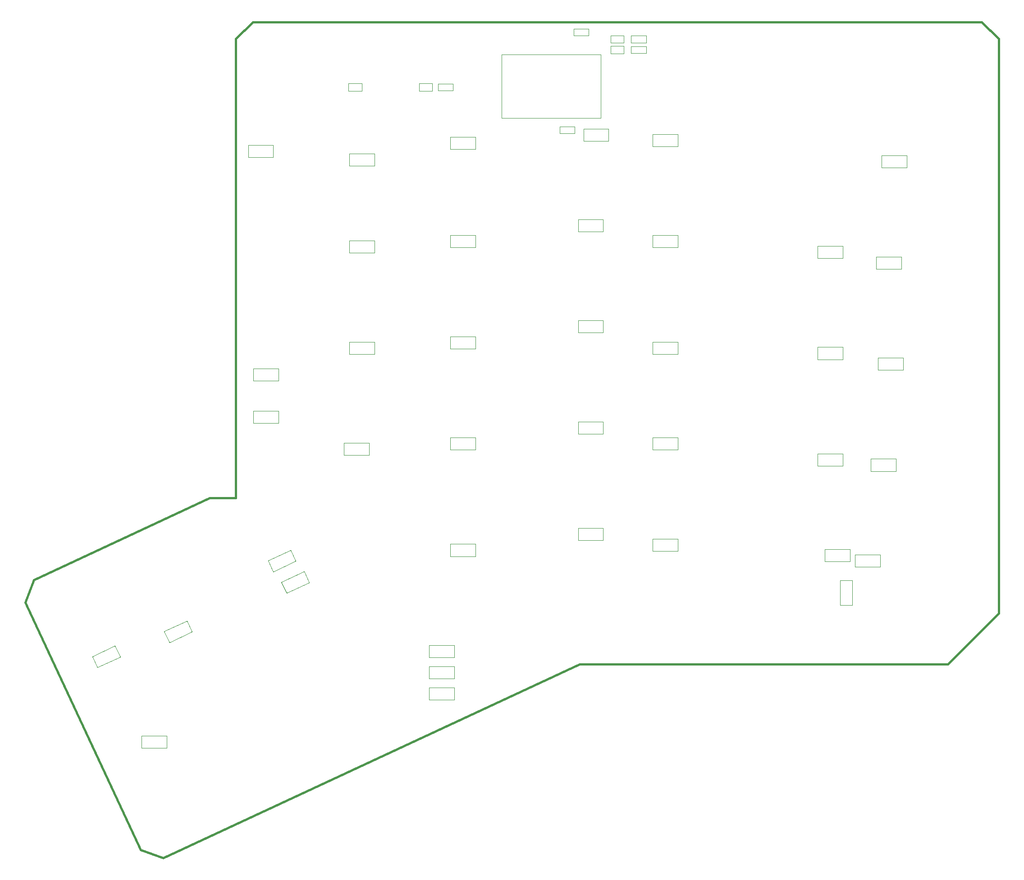
<source format=gbr>
%TF.GenerationSoftware,KiCad,Pcbnew,5.1.7*%
%TF.CreationDate,2020-11-01T11:12:36-08:00*%
%TF.ProjectId,ErgoDOX_right,4572676f-444f-4585-9f72-696768742e6b,2.0.1*%
%TF.SameCoordinates,Original*%
%TF.FileFunction,Other,User*%
%FSLAX46Y46*%
G04 Gerber Fmt 4.6, Leading zero omitted, Abs format (unit mm)*
G04 Created by KiCad (PCBNEW 5.1.7) date 2020-11-01 11:12:36*
%MOMM*%
%LPD*%
G01*
G04 APERTURE LIST*
%TA.AperFunction,Profile*%
%ADD10C,0.381000*%
%TD*%
%ADD11C,0.050000*%
G04 APERTURE END LIST*
D10*
X90121000Y-32258000D02*
X93521000Y-32258000D01*
X90121000Y-32258000D02*
X77876400Y-32258000D01*
X95046800Y-32258000D02*
X93521000Y-32258000D01*
X202742800Y-32258000D02*
X143408400Y-32258000D01*
X143408400Y-32258000D02*
X131902200Y-32258000D01*
X131902200Y-32258000D02*
X95046800Y-32258000D01*
X77876400Y-32258000D02*
X65811400Y-32258000D01*
X65811400Y-32258000D02*
X62611000Y-35433000D01*
X127152400Y-152908000D02*
X196392800Y-152908000D01*
X196392800Y-152908000D02*
X205917800Y-143383000D01*
X205917800Y-143383000D02*
X205917800Y-35433000D01*
X205917800Y-35433000D02*
X202742800Y-32258000D01*
X62611000Y-35433000D02*
X62611000Y-121666000D01*
X62611000Y-121666000D02*
X57708800Y-121666000D01*
X57708800Y-121666000D02*
X24617680Y-137096500D01*
X24617680Y-137096500D02*
X23080980Y-141315440D01*
X23080980Y-141315440D02*
X44764960Y-187817760D01*
X44764960Y-187817760D02*
X48983900Y-189351920D01*
X48983900Y-189351920D02*
X127152400Y-152908000D01*
D11*
%TO.C,U2*%
X131151000Y-50273000D02*
X131151000Y-38373000D01*
X112551000Y-50273000D02*
X112551000Y-38373000D01*
X112551000Y-38373000D02*
X131151000Y-38373000D01*
X112551000Y-50273000D02*
X131151000Y-50273000D01*
%TO.C,C6*%
X126096000Y-33513000D02*
X128896000Y-33513000D01*
X126096000Y-33513000D02*
X126096000Y-34813000D01*
X128896000Y-34813000D02*
X128896000Y-33513000D01*
X128896000Y-34813000D02*
X126096000Y-34813000D01*
%TO.C,C5*%
X103426000Y-45148000D02*
X100626000Y-45148000D01*
X103426000Y-45148000D02*
X103426000Y-43848000D01*
X100626000Y-43848000D02*
X100626000Y-45148000D01*
X100626000Y-43848000D02*
X103426000Y-43848000D01*
%TO.C,C4*%
X123441000Y-51928000D02*
X126241000Y-51928000D01*
X123441000Y-51928000D02*
X123441000Y-53228000D01*
X126241000Y-53228000D02*
X126241000Y-51928000D01*
X126241000Y-53228000D02*
X123441000Y-53228000D01*
%TO.C,D5:9*%
X102926000Y-53848000D02*
X107626000Y-53848000D01*
X107626000Y-53848000D02*
X107626000Y-56148000D01*
X107626000Y-56148000D02*
X102926000Y-56148000D01*
X102926000Y-53848000D02*
X102926000Y-56148000D01*
%TO.C,D5:13*%
X183926000Y-57348000D02*
X188626000Y-57348000D01*
X188626000Y-57348000D02*
X188626000Y-59648000D01*
X188626000Y-59648000D02*
X183926000Y-59648000D01*
X183926000Y-57348000D02*
X183926000Y-59648000D01*
%TO.C,D5:12*%
X176626000Y-76648000D02*
X171926000Y-76648000D01*
X171926000Y-76648000D02*
X171926000Y-74348000D01*
X171926000Y-74348000D02*
X176626000Y-74348000D01*
X176626000Y-76648000D02*
X176626000Y-74348000D01*
%TO.C,D5:11*%
X140926000Y-53348000D02*
X145626000Y-53348000D01*
X145626000Y-53348000D02*
X145626000Y-55648000D01*
X145626000Y-55648000D02*
X140926000Y-55648000D01*
X140926000Y-53348000D02*
X140926000Y-55648000D01*
%TO.C,D5:10*%
X132626000Y-54648000D02*
X127926000Y-54648000D01*
X127926000Y-54648000D02*
X127926000Y-52348000D01*
X127926000Y-52348000D02*
X132626000Y-52348000D01*
X132626000Y-54648000D02*
X132626000Y-52348000D01*
%TO.C,D5:8*%
X83926000Y-56998000D02*
X88626000Y-56998000D01*
X88626000Y-56998000D02*
X88626000Y-59298000D01*
X88626000Y-59298000D02*
X83926000Y-59298000D01*
X83926000Y-56998000D02*
X83926000Y-59298000D01*
%TO.C,D5:7*%
X64926000Y-55348000D02*
X69626000Y-55348000D01*
X69626000Y-55348000D02*
X69626000Y-57648000D01*
X69626000Y-57648000D02*
X64926000Y-57648000D01*
X64926000Y-55348000D02*
X64926000Y-57648000D01*
%TO.C,D4:13*%
X182926000Y-76348000D02*
X187626000Y-76348000D01*
X187626000Y-76348000D02*
X187626000Y-78648000D01*
X187626000Y-78648000D02*
X182926000Y-78648000D01*
X182926000Y-76348000D02*
X182926000Y-78648000D01*
%TO.C,D4:12*%
X176626000Y-95648000D02*
X171926000Y-95648000D01*
X171926000Y-95648000D02*
X171926000Y-93348000D01*
X171926000Y-93348000D02*
X176626000Y-93348000D01*
X176626000Y-95648000D02*
X176626000Y-93348000D01*
%TO.C,D4:11*%
X140926000Y-72348000D02*
X145626000Y-72348000D01*
X145626000Y-72348000D02*
X145626000Y-74648000D01*
X145626000Y-74648000D02*
X140926000Y-74648000D01*
X140926000Y-72348000D02*
X140926000Y-74648000D01*
%TO.C,D4:10*%
X131626000Y-71648000D02*
X126926000Y-71648000D01*
X126926000Y-71648000D02*
X126926000Y-69348000D01*
X126926000Y-69348000D02*
X131626000Y-69348000D01*
X131626000Y-71648000D02*
X131626000Y-69348000D01*
%TO.C,D4:9*%
X102926000Y-72348000D02*
X107626000Y-72348000D01*
X107626000Y-72348000D02*
X107626000Y-74648000D01*
X107626000Y-74648000D02*
X102926000Y-74648000D01*
X102926000Y-72348000D02*
X102926000Y-74648000D01*
%TO.C,D4:8*%
X83926000Y-73348000D02*
X88626000Y-73348000D01*
X88626000Y-73348000D02*
X88626000Y-75648000D01*
X88626000Y-75648000D02*
X83926000Y-75648000D01*
X83926000Y-73348000D02*
X83926000Y-75648000D01*
%TO.C,D4:7*%
X65926000Y-97348000D02*
X70626000Y-97348000D01*
X70626000Y-97348000D02*
X70626000Y-99648000D01*
X70626000Y-99648000D02*
X65926000Y-99648000D01*
X65926000Y-97348000D02*
X65926000Y-99648000D01*
%TO.C,D3:13*%
X183276000Y-95348000D02*
X187976000Y-95348000D01*
X187976000Y-95348000D02*
X187976000Y-97648000D01*
X187976000Y-97648000D02*
X183276000Y-97648000D01*
X183276000Y-95348000D02*
X183276000Y-97648000D01*
%TO.C,D3:12*%
X176626000Y-115648000D02*
X171926000Y-115648000D01*
X171926000Y-115648000D02*
X171926000Y-113348000D01*
X171926000Y-113348000D02*
X176626000Y-113348000D01*
X176626000Y-115648000D02*
X176626000Y-113348000D01*
%TO.C,D3:11*%
X140926000Y-92348000D02*
X145626000Y-92348000D01*
X145626000Y-92348000D02*
X145626000Y-94648000D01*
X145626000Y-94648000D02*
X140926000Y-94648000D01*
X140926000Y-92348000D02*
X140926000Y-94648000D01*
%TO.C,D3:10*%
X131626000Y-90648000D02*
X126926000Y-90648000D01*
X126926000Y-90648000D02*
X126926000Y-88348000D01*
X126926000Y-88348000D02*
X131626000Y-88348000D01*
X131626000Y-90648000D02*
X131626000Y-88348000D01*
%TO.C,D3:9*%
X102926000Y-91348000D02*
X107626000Y-91348000D01*
X107626000Y-91348000D02*
X107626000Y-93648000D01*
X107626000Y-93648000D02*
X102926000Y-93648000D01*
X102926000Y-91348000D02*
X102926000Y-93648000D01*
%TO.C,D3:8*%
X83926000Y-92348000D02*
X88626000Y-92348000D01*
X88626000Y-92348000D02*
X88626000Y-94648000D01*
X88626000Y-94648000D02*
X83926000Y-94648000D01*
X83926000Y-92348000D02*
X83926000Y-94648000D01*
%TO.C,D2:13*%
X181926000Y-114348000D02*
X186626000Y-114348000D01*
X186626000Y-114348000D02*
X186626000Y-116648000D01*
X186626000Y-116648000D02*
X181926000Y-116648000D01*
X181926000Y-114348000D02*
X181926000Y-116648000D01*
%TO.C,D2:12*%
X177976000Y-133648000D02*
X173276000Y-133648000D01*
X173276000Y-133648000D02*
X173276000Y-131348000D01*
X173276000Y-131348000D02*
X177976000Y-131348000D01*
X177976000Y-133648000D02*
X177976000Y-131348000D01*
%TO.C,D2:11*%
X140926000Y-110348000D02*
X145626000Y-110348000D01*
X145626000Y-110348000D02*
X145626000Y-112648000D01*
X145626000Y-112648000D02*
X140926000Y-112648000D01*
X140926000Y-110348000D02*
X140926000Y-112648000D01*
%TO.C,D2:10*%
X131626000Y-109648000D02*
X126926000Y-109648000D01*
X126926000Y-109648000D02*
X126926000Y-107348000D01*
X126926000Y-107348000D02*
X131626000Y-107348000D01*
X131626000Y-109648000D02*
X131626000Y-107348000D01*
%TO.C,D2:9*%
X102926000Y-110348000D02*
X107626000Y-110348000D01*
X107626000Y-110348000D02*
X107626000Y-112648000D01*
X107626000Y-112648000D02*
X102926000Y-112648000D01*
X102926000Y-110348000D02*
X102926000Y-112648000D01*
%TO.C,D2:8*%
X82926000Y-111348000D02*
X87626000Y-111348000D01*
X87626000Y-111348000D02*
X87626000Y-113648000D01*
X87626000Y-113648000D02*
X82926000Y-113648000D01*
X82926000Y-111348000D02*
X82926000Y-113648000D01*
%TO.C,D2:7*%
X65926000Y-105348000D02*
X70626000Y-105348000D01*
X70626000Y-105348000D02*
X70626000Y-107648000D01*
X70626000Y-107648000D02*
X65926000Y-107648000D01*
X65926000Y-105348000D02*
X65926000Y-107648000D01*
%TO.C,D1:13*%
X178926000Y-132348000D02*
X183626000Y-132348000D01*
X183626000Y-132348000D02*
X183626000Y-134648000D01*
X183626000Y-134648000D02*
X178926000Y-134648000D01*
X178926000Y-132348000D02*
X178926000Y-134648000D01*
%TO.C,D1:12*%
X178426000Y-137148000D02*
X178426000Y-141848000D01*
X178426000Y-141848000D02*
X176126000Y-141848000D01*
X176126000Y-141848000D02*
X176126000Y-137148000D01*
X178426000Y-137148000D02*
X176126000Y-137148000D01*
%TO.C,D1:11*%
X140926000Y-129348000D02*
X145626000Y-129348000D01*
X145626000Y-129348000D02*
X145626000Y-131648000D01*
X145626000Y-131648000D02*
X140926000Y-131648000D01*
X140926000Y-129348000D02*
X140926000Y-131648000D01*
%TO.C,D1:10*%
X131626000Y-129648000D02*
X126926000Y-129648000D01*
X126926000Y-129648000D02*
X126926000Y-127348000D01*
X126926000Y-127348000D02*
X131626000Y-127348000D01*
X131626000Y-129648000D02*
X131626000Y-127348000D01*
%TO.C,D1:9*%
X102926000Y-130348000D02*
X107626000Y-130348000D01*
X107626000Y-130348000D02*
X107626000Y-132648000D01*
X107626000Y-132648000D02*
X102926000Y-132648000D01*
X102926000Y-130348000D02*
X102926000Y-132648000D01*
%TO.C,D1:8*%
X76391834Y-137574861D02*
X72132188Y-139561167D01*
X72132188Y-139561167D02*
X71160166Y-137476659D01*
X71160166Y-137476659D02*
X75419812Y-135490353D01*
X76391834Y-137574861D02*
X75419812Y-135490353D01*
%TO.C,D1:7*%
X49155574Y-146751579D02*
X53415220Y-144765273D01*
X53415220Y-144765273D02*
X54387242Y-146849781D01*
X54387242Y-146849781D02*
X50127596Y-148836087D01*
X49155574Y-146751579D02*
X50127596Y-148836087D01*
%TO.C,D0:12*%
X103626000Y-159648000D02*
X98926000Y-159648000D01*
X98926000Y-159648000D02*
X98926000Y-157348000D01*
X98926000Y-157348000D02*
X103626000Y-157348000D01*
X103626000Y-159648000D02*
X103626000Y-157348000D01*
%TO.C,D0:11*%
X103626000Y-155648000D02*
X98926000Y-155648000D01*
X98926000Y-155648000D02*
X98926000Y-153348000D01*
X98926000Y-153348000D02*
X103626000Y-153348000D01*
X103626000Y-155648000D02*
X103626000Y-153348000D01*
%TO.C,D0:10*%
X103626000Y-151648000D02*
X98926000Y-151648000D01*
X98926000Y-151648000D02*
X98926000Y-149348000D01*
X98926000Y-149348000D02*
X103626000Y-149348000D01*
X103626000Y-151648000D02*
X103626000Y-149348000D01*
%TO.C,D0:9*%
X49626000Y-168648000D02*
X44926000Y-168648000D01*
X44926000Y-168648000D02*
X44926000Y-166348000D01*
X44926000Y-166348000D02*
X49626000Y-166348000D01*
X49626000Y-168648000D02*
X49626000Y-166348000D01*
%TO.C,D0:8*%
X73891834Y-133547101D02*
X69632188Y-135533407D01*
X69632188Y-135533407D02*
X68660166Y-133448899D01*
X68660166Y-133448899D02*
X72919812Y-131462593D01*
X73891834Y-133547101D02*
X72919812Y-131462593D01*
%TO.C,D0:7*%
X40891834Y-151547101D02*
X36632188Y-153533407D01*
X36632188Y-153533407D02*
X35660166Y-151448899D01*
X35660166Y-151448899D02*
X39919812Y-149462593D01*
X40891834Y-151547101D02*
X39919812Y-149462593D01*
%TO.C,R7*%
X86276000Y-45198000D02*
X83776000Y-45198000D01*
X86276000Y-45198000D02*
X86276000Y-43798000D01*
X83776000Y-43798000D02*
X83776000Y-45198000D01*
X83776000Y-43798000D02*
X86276000Y-43798000D01*
%TO.C,R6*%
X99526000Y-45198000D02*
X97026000Y-45198000D01*
X99526000Y-45198000D02*
X99526000Y-43798000D01*
X97026000Y-43798000D02*
X97026000Y-45198000D01*
X97026000Y-43798000D02*
X99526000Y-43798000D01*
%TO.C,R3*%
X135526000Y-38198000D02*
X133026000Y-38198000D01*
X135526000Y-38198000D02*
X135526000Y-36798000D01*
X133026000Y-36798000D02*
X133026000Y-38198000D01*
X133026000Y-36798000D02*
X135526000Y-36798000D01*
%TO.C,R4*%
X135526000Y-36198000D02*
X133026000Y-36198000D01*
X135526000Y-36198000D02*
X135526000Y-34798000D01*
X133026000Y-34798000D02*
X133026000Y-36198000D01*
X133026000Y-34798000D02*
X135526000Y-34798000D01*
%TO.C,LED_B1*%
X139726000Y-36148000D02*
X136826000Y-36148000D01*
X139726000Y-34848000D02*
X139726000Y-36148000D01*
X136826000Y-34848000D02*
X139726000Y-34848000D01*
X136826000Y-36148000D02*
X136826000Y-34848000D01*
%TO.C,LED_A1*%
X139726000Y-38148000D02*
X136826000Y-38148000D01*
X139726000Y-36848000D02*
X139726000Y-38148000D01*
X136826000Y-36848000D02*
X139726000Y-36848000D01*
X136826000Y-38148000D02*
X136826000Y-36848000D01*
%TD*%
M02*

</source>
